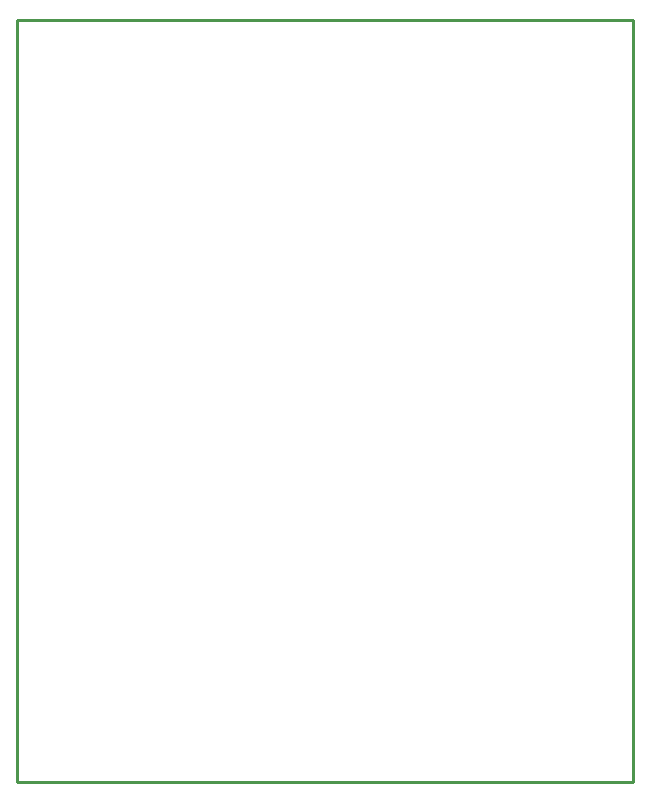
<source format=gm1>
G04*
G04 #@! TF.GenerationSoftware,Altium Limited,Altium Designer,19.0.14 (431)*
G04*
G04 Layer_Color=16711935*
%FSLAX25Y25*%
%MOIN*%
G70*
G01*
G75*
%ADD13C,0.01000*%
D13*
X0Y0D02*
Y254000D01*
X205500D01*
Y0D02*
Y254000D01*
X0Y0D02*
X205500D01*
X0D02*
Y254000D01*
X205500D01*
Y0D02*
Y254000D01*
X0Y0D02*
X205500D01*
M02*

</source>
